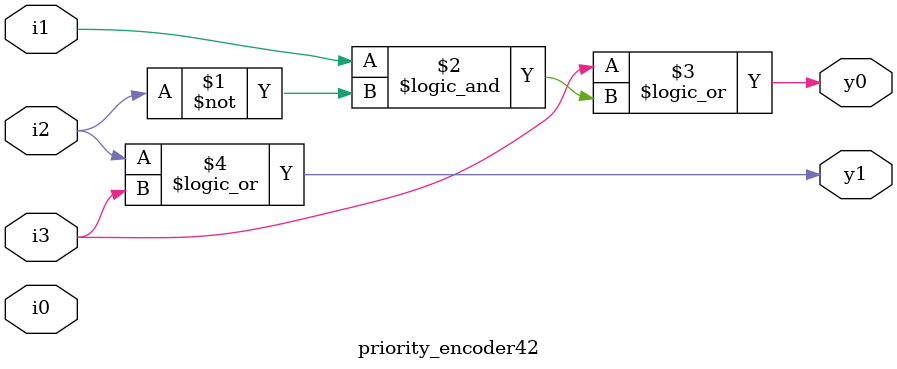
<source format=sv>
module priority_encoder42(

	input i0, i1, i2, i3,
  	output y0, y1
  
);
  
  assign y0 = (i3 || (i1&&(~i2)));
  assign y1 = i2 || i3;
  
endmodule
</source>
